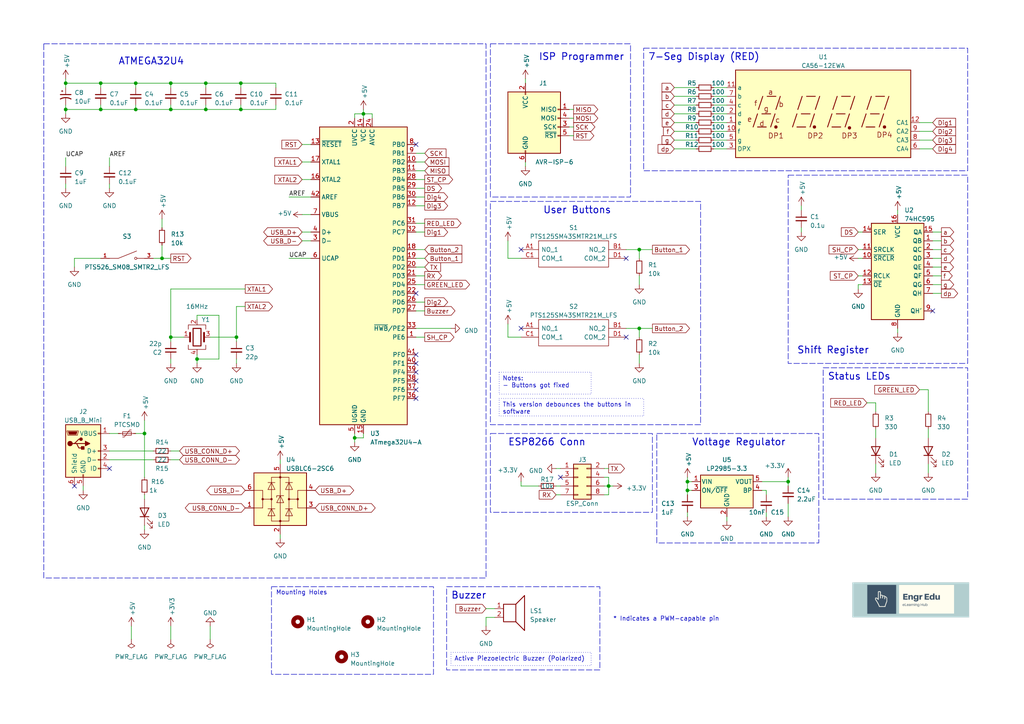
<source format=kicad_sch>
(kicad_sch (version 20230121) (generator eeschema)
  (paper "A4")
  (title_block (title "ATMEGA Kitchen Timer") (date "2023-04-15") (rev "3.0"))
  (junction (at 46.99 74.93))
  (junction (at 57.15 104.14))
  (junction (at 228.6 139.7))
  (junction (at 49.53 97.79))
  (junction (at 49.53 31.75))
  (junction (at 29.21 31.75))
  (junction (at 199.39 139.7))
  (junction (at 41.91 125.73))
  (junction (at 185.42 72.39))
  (junction (at 69.85 24.13))
  (junction (at 199.39 142.24))
  (junction (at 185.42 95.25))
  (junction (at 102.87 127))
  (junction (at 29.21 24.13))
  (junction (at 105.41 33.02))
  (junction (at 39.37 24.13))
  (junction (at 69.85 31.75))
  (junction (at 176.53 140.97))
  (junction (at 49.53 24.13))
  (junction (at 19.05 24.13))
  (junction (at 59.69 24.13))
  (junction (at 19.05 31.75))
  (junction (at 59.69 31.75))
  (junction (at 68.58 97.79))
  (junction (at 39.37 31.75))
  (no_connect (at 120.65 113.03))
  (no_connect (at 120.65 115.57))
  (no_connect (at 162.56 138.43))
  (no_connect (at 120.65 85.09))
  (no_connect (at 120.65 110.49))
  (no_connect (at 181.61 74.93))
  (no_connect (at 151.13 72.39))
  (no_connect (at 120.65 107.95))
  (no_connect (at 181.61 97.79))
  (no_connect (at 31.75 135.89))
  (no_connect (at 21.59 140.97))
  (no_connect (at 120.65 41.91))
  (no_connect (at 151.13 95.25))
  (no_connect (at 270.51 90.17))
  (no_connect (at 120.65 105.41))
  (no_connect (at 120.65 102.87))
  (wire (pts (xy 105.41 125.73) (xy 105.41 127)))
  (wire (pts (xy 228.6 138.43) (xy 228.6 139.7)))
  (wire (pts (xy 24.13 140.97) (xy 24.13 142.24)))
  (wire (pts (xy 19.05 24.13) (xy 19.05 25.4)))
  (wire (pts (xy 31.75 45.72) (xy 31.75 48.26)))
  (wire (pts (xy 260.35 95.25) (xy 260.35 96.52)))
  (wire (pts (xy 80.01 25.4) (xy 80.01 24.13)))
  (wire (pts (xy 185.42 95.25) (xy 185.42 97.79)))
  (wire (pts (xy 39.37 24.13) (xy 49.53 24.13)))
  (wire (pts (xy 59.69 30.48) (xy 59.69 31.75)))
  (wire (pts (xy 207.01 30.48) (xy 210.82 30.48)))
  (wire (pts (xy 19.05 31.75) (xy 19.05 33.02)))
  (wire (pts (xy 31.75 133.35) (xy 44.45 133.35)))
  (wire (pts (xy 49.53 99.06) (xy 49.53 97.79)))
  (wire (pts (xy 69.85 25.4) (xy 69.85 24.13)))
  (wire (pts (xy 57.15 104.14) (xy 57.15 105.41)))
  (wire (pts (xy 175.26 138.43) (xy 176.53 138.43)))
  (wire (pts (xy 69.85 24.13) (xy 80.01 24.13)))
  (wire (pts (xy 49.53 24.13) (xy 59.69 24.13)))
  (wire (pts (xy 60.96 181.61) (xy 60.96 185.42)))
  (wire (pts (xy 120.65 74.93) (xy 123.19 74.93)))
  (wire (pts (xy 120.65 57.15) (xy 123.19 57.15)))
  (wire (pts (xy 140.97 179.07) (xy 140.97 181.61)))
  (wire (pts (xy 120.65 90.17) (xy 123.19 90.17)))
  (wire (pts (xy 57.15 91.44) (xy 63.5 91.44)))
  (wire (pts (xy 270.51 67.31) (xy 273.05 67.31)))
  (wire (pts (xy 49.53 83.82) (xy 49.53 97.79)))
  (wire (pts (xy 185.42 95.25) (xy 189.23 95.25)))
  (wire (pts (xy 185.42 72.39) (xy 185.42 74.93)))
  (wire (pts (xy 228.6 146.05) (xy 228.6 149.86)))
  (wire (pts (xy 105.41 33.02) (xy 105.41 34.29)))
  (wire (pts (xy 46.99 63.5) (xy 46.99 66.04)))
  (wire (pts (xy 21.59 74.93) (xy 29.21 74.93)))
  (wire (pts (xy 120.65 80.01) (xy 123.19 80.01)))
  (wire (pts (xy 254 124.46) (xy 254 127)))
  (wire (pts (xy 41.91 143.51) (xy 41.91 144.78)))
  (wire (pts (xy 105.41 31.75) (xy 105.41 33.02)))
  (wire (pts (xy 248.92 72.39) (xy 250.19 72.39)))
  (wire (pts (xy 87.63 62.23) (xy 90.17 62.23)))
  (wire (pts (xy 222.25 148.59) (xy 222.25 149.86)))
  (wire (pts (xy 38.1 181.61) (xy 38.1 185.42)))
  (wire (pts (xy 161.29 143.51) (xy 162.56 143.51)))
  (wire (pts (xy 176.53 138.43) (xy 176.53 140.97)))
  (wire (pts (xy 57.15 102.87) (xy 57.15 104.14)))
  (wire (pts (xy 199.39 139.7) (xy 199.39 142.24)))
  (wire (pts (xy 39.37 31.75) (xy 29.21 31.75)))
  (wire (pts (xy 87.63 67.31) (xy 90.17 67.31)))
  (wire (pts (xy 195.58 30.48) (xy 201.93 30.48)))
  (wire (pts (xy 140.97 176.53) (xy 143.51 176.53)))
  (wire (pts (xy 59.69 31.75) (xy 49.53 31.75)))
  (wire (pts (xy 266.7 38.1) (xy 270.51 38.1)))
  (wire (pts (xy 87.63 52.07) (xy 90.17 52.07)))
  (wire (pts (xy 19.05 53.34) (xy 19.05 54.61)))
  (wire (pts (xy 269.24 113.03) (xy 269.24 119.38)))
  (wire (pts (xy 49.53 181.61) (xy 49.53 185.42)))
  (wire (pts (xy 49.53 133.35) (xy 52.07 133.35)))
  (wire (pts (xy 199.39 138.43) (xy 199.39 139.7)))
  (wire (pts (xy 195.58 27.94) (xy 201.93 27.94)))
  (wire (pts (xy 19.05 31.75) (xy 29.21 31.75)))
  (wire (pts (xy 39.37 30.48) (xy 39.37 31.75)))
  (wire (pts (xy 250.19 82.55) (xy 248.92 82.55)))
  (wire (pts (xy 69.85 31.75) (xy 80.01 31.75)))
  (wire (pts (xy 83.82 74.93) (xy 90.17 74.93)))
  (wire (pts (xy 156.21 140.97) (xy 151.13 140.97)))
  (wire (pts (xy 81.28 133.35) (xy 81.28 134.62)))
  (wire (pts (xy 161.29 140.97) (xy 162.56 140.97)))
  (wire (pts (xy 29.21 30.48) (xy 29.21 31.75)))
  (wire (pts (xy 269.24 124.46) (xy 269.24 127)))
  (wire (pts (xy 175.26 143.51) (xy 176.53 143.51)))
  (wire (pts (xy 195.58 35.56) (xy 201.93 35.56)))
  (wire (pts (xy 260.35 60.96) (xy 260.35 62.23)))
  (wire (pts (xy 266.7 113.03) (xy 269.24 113.03)))
  (wire (pts (xy 176.53 140.97) (xy 176.53 143.51)))
  (wire (pts (xy 102.87 125.73) (xy 102.87 127)))
  (wire (pts (xy 199.39 148.59) (xy 199.39 149.86)))
  (wire (pts (xy 228.6 140.97) (xy 228.6 139.7)))
  (wire (pts (xy 105.41 127) (xy 102.87 127)))
  (wire (pts (xy 68.58 88.9) (xy 68.58 97.79)))
  (wire (pts (xy 102.87 127) (xy 102.87 128.27)))
  (wire (pts (xy 232.41 59.69) (xy 232.41 60.96)))
  (wire (pts (xy 29.21 24.13) (xy 39.37 24.13)))
  (wire (pts (xy 195.58 38.1) (xy 201.93 38.1)))
  (wire (pts (xy 31.75 125.73) (xy 34.29 125.73)))
  (wire (pts (xy 46.99 71.12) (xy 46.99 74.93)))
  (wire (pts (xy 248.92 67.31) (xy 250.19 67.31)))
  (wire (pts (xy 207.01 25.4) (xy 210.82 25.4)))
  (wire (pts (xy 165.1 36.83) (xy 166.37 36.83)))
  (wire (pts (xy 39.37 25.4) (xy 39.37 24.13)))
  (wire (pts (xy 185.42 72.39) (xy 189.23 72.39)))
  (wire (pts (xy 81.28 154.94) (xy 81.28 156.21)))
  (wire (pts (xy 31.75 53.34) (xy 31.75 54.61)))
  (wire (pts (xy 44.45 74.93) (xy 46.99 74.93)))
  (wire (pts (xy 220.98 142.24) (xy 222.25 142.24)))
  (wire (pts (xy 120.65 77.47) (xy 123.19 77.47)))
  (wire (pts (xy 31.75 130.81) (xy 44.45 130.81)))
  (wire (pts (xy 147.32 97.79) (xy 147.32 93.98)))
  (wire (pts (xy 49.53 25.4) (xy 49.53 24.13)))
  (wire (pts (xy 152.4 46.99) (xy 152.4 48.26)))
  (wire (pts (xy 175.26 140.97) (xy 176.53 140.97)))
  (wire (pts (xy 49.53 97.79) (xy 53.34 97.79)))
  (wire (pts (xy 176.53 140.97) (xy 177.8 140.97)))
  (wire (pts (xy 269.24 134.62) (xy 269.24 137.16)))
  (wire (pts (xy 270.51 80.01) (xy 273.05 80.01)))
  (wire (pts (xy 266.7 40.64) (xy 270.51 40.64)))
  (wire (pts (xy 120.65 64.77) (xy 123.19 64.77)))
  (wire (pts (xy 151.13 140.97) (xy 151.13 139.7)))
  (wire (pts (xy 175.26 135.89) (xy 176.53 135.89)))
  (wire (pts (xy 248.92 74.93) (xy 250.19 74.93)))
  (wire (pts (xy 207.01 33.02) (xy 210.82 33.02)))
  (wire (pts (xy 102.87 33.02) (xy 105.41 33.02)))
  (wire (pts (xy 165.1 34.29) (xy 166.37 34.29)))
  (wire (pts (xy 49.53 130.81) (xy 52.07 130.81)))
  (wire (pts (xy 195.58 43.18) (xy 201.93 43.18)))
  (wire (pts (xy 143.51 179.07) (xy 140.97 179.07)))
  (wire (pts (xy 228.6 139.7) (xy 220.98 139.7)))
  (wire (pts (xy 181.61 95.25) (xy 185.42 95.25)))
  (wire (pts (xy 181.61 72.39) (xy 185.42 72.39)))
  (wire (pts (xy 120.65 44.45) (xy 123.19 44.45)))
  (wire (pts (xy 46.99 74.93) (xy 49.53 74.93)))
  (wire (pts (xy 41.91 152.4) (xy 41.91 153.67)))
  (wire (pts (xy 49.53 31.75) (xy 39.37 31.75)))
  (wire (pts (xy 39.37 125.73) (xy 41.91 125.73)))
  (wire (pts (xy 63.5 91.44) (xy 63.5 104.14)))
  (wire (pts (xy 80.01 30.48) (xy 80.01 31.75)))
  (wire (pts (xy 120.65 97.79) (xy 123.19 97.79)))
  (wire (pts (xy 107.95 33.02) (xy 105.41 33.02)))
  (wire (pts (xy 49.53 104.14) (xy 49.53 105.41)))
  (wire (pts (xy 248.92 82.55) (xy 248.92 83.82)))
  (wire (pts (xy 207.01 40.64) (xy 210.82 40.64)))
  (wire (pts (xy 41.91 121.92) (xy 41.91 125.73)))
  (wire (pts (xy 270.51 72.39) (xy 273.05 72.39)))
  (wire (pts (xy 207.01 27.94) (xy 210.82 27.94)))
  (wire (pts (xy 195.58 33.02) (xy 201.93 33.02)))
  (wire (pts (xy 49.53 30.48) (xy 49.53 31.75)))
  (wire (pts (xy 120.65 87.63) (xy 123.19 87.63)))
  (wire (pts (xy 199.39 142.24) (xy 200.66 142.24)))
  (wire (pts (xy 207.01 38.1) (xy 210.82 38.1)))
  (wire (pts (xy 151.13 74.93) (xy 147.32 74.93)))
  (wire (pts (xy 232.41 66.04) (xy 232.41 67.31)))
  (wire (pts (xy 120.65 49.53) (xy 123.19 49.53)))
  (wire (pts (xy 83.82 57.15) (xy 90.17 57.15)))
  (wire (pts (xy 199.39 142.24) (xy 199.39 143.51)))
  (wire (pts (xy 185.42 80.01) (xy 185.42 82.55)))
  (wire (pts (xy 59.69 25.4) (xy 59.69 24.13)))
  (wire (pts (xy 41.91 125.73) (xy 41.91 138.43)))
  (wire (pts (xy 270.51 74.93) (xy 273.05 74.93)))
  (wire (pts (xy 266.7 43.18) (xy 270.51 43.18)))
  (wire (pts (xy 165.1 31.75) (xy 166.37 31.75)))
  (wire (pts (xy 151.13 97.79) (xy 147.32 97.79)))
  (wire (pts (xy 270.51 77.47) (xy 273.05 77.47)))
  (wire (pts (xy 59.69 31.75) (xy 69.85 31.75)))
  (wire (pts (xy 270.51 69.85) (xy 273.05 69.85)))
  (wire (pts (xy 120.65 46.99) (xy 123.19 46.99)))
  (wire (pts (xy 107.95 34.29) (xy 107.95 33.02)))
  (wire (pts (xy 165.1 39.37) (xy 166.37 39.37)))
  (wire (pts (xy 161.29 135.89) (xy 162.56 135.89)))
  (wire (pts (xy 87.63 46.99) (xy 90.17 46.99)))
  (wire (pts (xy 210.82 149.86) (xy 210.82 151.13)))
  (wire (pts (xy 185.42 102.87) (xy 185.42 105.41)))
  (wire (pts (xy 195.58 25.4) (xy 201.93 25.4)))
  (wire (pts (xy 195.58 40.64) (xy 201.93 40.64)))
  (wire (pts (xy 19.05 24.13) (xy 29.21 24.13)))
  (wire (pts (xy 60.96 97.79) (xy 68.58 97.79)))
  (wire (pts (xy 68.58 104.14) (xy 68.58 105.41)))
  (wire (pts (xy 71.12 88.9) (xy 68.58 88.9)))
  (wire (pts (xy 120.65 67.31) (xy 123.19 67.31)))
  (wire (pts (xy 254 116.84) (xy 254 119.38)))
  (wire (pts (xy 69.85 30.48) (xy 69.85 31.75)))
  (wire (pts (xy 254 134.62) (xy 254 137.16)))
  (wire (pts (xy 120.65 82.55) (xy 123.19 82.55)))
  (wire (pts (xy 71.12 83.82) (xy 49.53 83.82)))
  (wire (pts (xy 87.63 41.91) (xy 90.17 41.91)))
  (wire (pts (xy 222.25 142.24) (xy 222.25 143.51)))
  (wire (pts (xy 69.85 24.13) (xy 59.69 24.13)))
  (wire (pts (xy 120.65 52.07) (xy 123.19 52.07)))
  (wire (pts (xy 63.5 104.14) (xy 57.15 104.14)))
  (wire (pts (xy 120.65 72.39) (xy 123.19 72.39)))
  (wire (pts (xy 19.05 45.72) (xy 19.05 48.26)))
  (wire (pts (xy 57.15 92.71) (xy 57.15 91.44)))
  (wire (pts (xy 19.05 30.48) (xy 19.05 31.75)))
  (wire (pts (xy 68.58 97.79) (xy 68.58 99.06)))
  (wire (pts (xy 29.21 25.4) (xy 29.21 24.13)))
  (wire (pts (xy 207.01 35.56) (xy 210.82 35.56)))
  (wire (pts (xy 270.51 85.09) (xy 273.05 85.09)))
  (wire (pts (xy 147.32 74.93) (xy 147.32 69.85)))
  (wire (pts (xy 200.66 139.7) (xy 199.39 139.7)))
  (wire (pts (xy 87.63 69.85) (xy 90.17 69.85)))
  (wire (pts (xy 19.05 22.86) (xy 19.05 24.13)))
  (wire (pts (xy 120.65 54.61) (xy 123.19 54.61)))
  (wire (pts (xy 102.87 34.29) (xy 102.87 33.02)))
  (wire (pts (xy 21.59 77.47) (xy 21.59 74.93)))
  (wire (pts (xy 266.7 35.56) (xy 270.51 35.56)))
  (wire (pts (xy 120.65 59.69) (xy 123.19 59.69)))
  (wire (pts (xy 248.92 80.01) (xy 250.19 80.01)))
  (wire (pts (xy 120.65 95.25) (xy 130.81 95.25)))
  (wire (pts (xy 251.46 116.84) (xy 254 116.84)))
  (wire (pts (xy 270.51 82.55) (xy 273.05 82.55)))
  (wire (pts (xy 152.4 22.86) (xy 152.4 24.13)))
  (wire (pts (xy 207.01 43.18) (xy 210.82 43.18)))
  (rectangle (start 142.24 12.7) (end 182.88 57.15) (stroke (width 0) (type dash)))
  (rectangle (start 78.74 170.18) (end 125.73 195.58) (stroke (width 0) (type dash)))
  (rectangle (start 190.5 125.73) (end 237.49 157.48) (stroke (width 0) (type dash)))
  (rectangle (start 238.76 106.68) (end 280.67 144.78) (stroke (width 0) (type dash)))
  (rectangle (start 12.7 12.7) (end 140.97 167.64) (stroke (width 0) (type dash)))
  (rectangle (start 129.54 170.18) (end 173.99 194.31) (stroke (width 0) (type dash)))
  (rectangle (start 142.24 58.42) (end 203.2 123.19) (stroke (width 0) (type dash)))
  (rectangle (start 228.6 50.8) (end 280.67 105.41) (stroke (width 0) (type dash)))
  (rectangle (start 186.69 13.97) (end 280.67 49.53) (stroke (width 0) (type dash)))
  (rectangle (start 142.24 125.73) (end 189.23 148.59) (stroke (width 0) (type dash)))
  (image (at 264.16 173.99) (scale 0.800628))
  (text_box "Notes:\n- Buttons got fixed" (at 144.78 107.95 0) (size 26.67 6.35) (stroke (width 0) (type dot)) (effects (font (size 1.27 1.27)) (justify left top)))
  (text_box "Active Piezoelectric Buzzer (Polarized)" (at 130.81 189.23 0) (size 40.64 3.81) (stroke (width 0) (type dot)) (effects (font (size 1.27 1.27)) (justify left top)))
  (text_box "This version debounces the buttons in software" (at 144.78 115.57 0) (size 41.91 5.08) (stroke (width 0) (type dot)) (effects (font (size 1.27 1.27)) (justify left top)))
  (text "Shift Register" (at 231.14 102.87 0) (effects (font (size 2 2) (thickness 0.254) bold) (justify left bottom)))
  (text "Mounting Holes" (at 80.01 172.72 0) (effects (font (size 1.27 1.27)) (justify left bottom)))
  (text "Voltage Regulator" (at 200.66 129.54 0) (effects (font (size 2 2) (thickness 0.254) bold) (justify left bottom)))
  (text "Status LEDs" (at 240.03 110.49 0) (effects (font (size 2 2) (thickness 0.254) bold) (justify left bottom)))
  (text "ATMEGA32U4" (at 34.29 19.05 0) (effects (font (size 2 2) (thickness 0.254) bold) (justify left bottom)))
  (text "User Buttons" (at 157.48 62.23 0) (effects (font (size 2 2) (thickness 0.254) bold) (justify left bottom)))
  (text "Buzzer" (at 130.81 173.99 0) (effects (font (size 2 2) (thickness 0.254) bold) (justify left bottom)))
  (text "* Indicates a PWM-capable pin" (at 177.8 180.34 0) (effects (font (size 1.27 1.27)) (justify left bottom)))
  (text "7-Seg Display (RED)" (at 187.96 17.78 0) (effects (font (size 2 2) (thickness 0.254) bold) (justify left bottom)))
  (text "ISP Programmer" (at 156.21 17.78 0) (effects (font (size 2 2) (thickness 0.254) bold) (justify left bottom)))
  (text "ESP8266 Conn\n" (at 147.32 129.54 0) (effects (font (size 2 2) (thickness 0.254) bold) (justify left bottom)))
  (label "UCAP" (at 19.05 45.72 0))
  (label "UCAP" (at 83.82 74.93 0))
  (label "AREF" (at 31.75 45.72 0))
  (label "AREF" (at 83.82 57.15 0))
  (global_label "XTAL1" (shape input) (at 87.63 46.99 180) (property "Intersheetrefs" "${INTERSHEET_REFS}" (effects hide)))
  (global_label "SCK" (shape input) (at 123.19 44.45 0) (property "Intersheetrefs" "${INTERSHEET_REFS}" (effects hide)))
  (global_label "RST" (shape output) (at 49.53 74.93 0) (property "Intersheetrefs" "${INTERSHEET_REFS}" (effects hide)))
  (global_label "GREEN_LED" (shape output) (at 123.19 82.55 0) (property "Intersheetrefs" "${INTERSHEET_REFS}" (effects hide)))
  (global_label "e" (shape output) (at 273.05 77.47 0) (property "Intersheetrefs" "${INTERSHEET_REFS}" (effects hide)))
  (global_label "Button_1" (shape output) (at 189.23 72.39 0) (property "Intersheetrefs" "${INTERSHEET_REFS}" (effects hide)))
  (global_label "DS" (shape output) (at 123.19 54.61 0) (property "Intersheetrefs" "${INTERSHEET_REFS}" (effects hide)))
  (global_label "XTAL2" (shape output) (at 71.12 88.9 0) (property "Intersheetrefs" "${INTERSHEET_REFS}" (effects hide)))
  (global_label "g" (shape output) (at 273.05 82.55 0) (property "Intersheetrefs" "${INTERSHEET_REFS}" (effects hide)))
  (global_label "dp" (shape output) (at 273.05 85.09 0) (property "Intersheetrefs" "${INTERSHEET_REFS}" (effects hide)))
  (global_label "Button_1" (shape input) (at 123.19 74.93 0) (property "Intersheetrefs" "${INTERSHEET_REFS}" (effects hide)))
  (global_label "TX" (shape input) (at 123.19 77.47 0) (property "Intersheetrefs" "${INTERSHEET_REFS}" (effects hide)))
  (global_label "b" (shape input) (at 195.58 27.94 180) (property "Intersheetrefs" "${INTERSHEET_REFS}" (effects hide)))
  (global_label "SH_CP" (shape output) (at 123.19 97.79 0) (property "Intersheetrefs" "${INTERSHEET_REFS}" (effects hide)))
  (global_label "f" (shape output) (at 273.05 80.01 0) (property "Intersheetrefs" "${INTERSHEET_REFS}" (effects hide)))
  (global_label "ST_CP" (shape input) (at 248.92 80.01 180) (property "Intersheetrefs" "${INTERSHEET_REFS}" (effects hide)))
  (global_label "RST" (shape output) (at 166.37 39.37 0) (property "Intersheetrefs" "${INTERSHEET_REFS}" (effects hide)))
  (global_label "ST_CP" (shape output) (at 123.19 52.07 0) (property "Intersheetrefs" "${INTERSHEET_REFS}" (effects hide)))
  (global_label "USB_CONN_D-" (shape bidirectional) (at 71.12 147.32 180) (property "Intersheetrefs" "${INTERSHEET_REFS}" (effects hide)))
  (global_label "d" (shape input) (at 195.58 33.02 180) (property "Intersheetrefs" "${INTERSHEET_REFS}" (effects hide)))
  (global_label "USB_D+" (shape bidirectional) (at 87.63 67.31 180) (property "Intersheetrefs" "${INTERSHEET_REFS}" (effects hide)))
  (global_label "a" (shape input) (at 195.58 25.4 180) (property "Intersheetrefs" "${INTERSHEET_REFS}" (effects hide)))
  (global_label "Dig1" (shape output) (at 123.19 67.31 0) (property "Intersheetrefs" "${INTERSHEET_REFS}" (effects hide)))
  (global_label "USB_D-" (shape bidirectional) (at 87.63 69.85 180) (property "Intersheetrefs" "${INTERSHEET_REFS}" (effects hide)))
  (global_label "MISO" (shape input) (at 123.19 49.53 0) (property "Intersheetrefs" "${INTERSHEET_REFS}" (effects hide)))
  (global_label "USB_CONN_D+" (shape bidirectional) (at 52.07 130.81 0) (property "Intersheetrefs" "${INTERSHEET_REFS}" (effects hide)))
  (global_label "SCK" (shape output) (at 166.37 36.83 0) (property "Intersheetrefs" "${INTERSHEET_REFS}" (effects hide)))
  (global_label "c" (shape output) (at 273.05 72.39 0) (property "Intersheetrefs" "${INTERSHEET_REFS}" (effects hide)))
  (global_label "USB_CONN_D+" (shape bidirectional) (at 91.44 147.32 0) (property "Intersheetrefs" "${INTERSHEET_REFS}" (effects hide)))
  (global_label "RX" (shape input) (at 161.29 143.51 180) (property "Intersheetrefs" "${INTERSHEET_REFS}" (effects hide)))
  (global_label "g" (shape input) (at 195.58 40.64 180) (property "Intersheetrefs" "${INTERSHEET_REFS}" (effects hide)))
  (global_label "Dig1" (shape input) (at 270.51 35.56 0) (property "Intersheetrefs" "${INTERSHEET_REFS}" (effects hide)))
  (global_label "USB_D+" (shape bidirectional) (at 91.44 142.24 0) (property "Intersheetrefs" "${INTERSHEET_REFS}" (effects hide)))
  (global_label "GREEN_LED" (shape input) (at 266.7 113.03 180) (property "Intersheetrefs" "${INTERSHEET_REFS}" (effects hide)))
  (global_label "a" (shape output) (at 273.05 67.31 0) (property "Intersheetrefs" "${INTERSHEET_REFS}" (effects hide)))
  (global_label "Dig2" (shape input) (at 270.51 38.1 0) (property "Intersheetrefs" "${INTERSHEET_REFS}" (effects hide)))
  (global_label "XTAL1" (shape output) (at 71.12 83.82 0) (property "Intersheetrefs" "${INTERSHEET_REFS}" (effects hide)))
  (global_label "Dig3" (shape output) (at 123.19 59.69 0) (property "Intersheetrefs" "${INTERSHEET_REFS}" (effects hide)))
  (global_label "DS" (shape input) (at 248.92 67.31 180) (property "Intersheetrefs" "${INTERSHEET_REFS}" (effects hide)))
  (global_label "RX" (shape output) (at 123.19 80.01 0) (property "Intersheetrefs" "${INTERSHEET_REFS}" (effects hide)))
  (global_label "SH_CP" (shape input) (at 248.92 72.39 180) (property "Intersheetrefs" "${INTERSHEET_REFS}" (effects hide)))
  (global_label "Button_2" (shape output) (at 189.23 95.25 0) (property "Intersheetrefs" "${INTERSHEET_REFS}" (effects hide)))
  (global_label "Dig4" (shape input) (at 270.51 43.18 0) (property "Intersheetrefs" "${INTERSHEET_REFS}" (effects hide)))
  (global_label "MOSI" (shape input) (at 123.19 46.99 0) (property "Intersheetrefs" "${INTERSHEET_REFS}" (effects hide)))
  (global_label "XTAL2" (shape input) (at 87.63 52.07 180) (property "Intersheetrefs" "${INTERSHEET_REFS}" (effects hide)))
  (global_label "c" (shape input) (at 195.58 30.48 180) (property "Intersheetrefs" "${INTERSHEET_REFS}" (effects hide)))
  (global_label "Button_2" (shape input) (at 123.19 72.39 0) (property "Intersheetrefs" "${INTERSHEET_REFS}" (effects hide)))
  (global_label "USB_D-" (shape bidirectional) (at 71.12 142.24 180) (property "Intersheetrefs" "${INTERSHEET_REFS}" (effects hide)))
  (global_label "dp" (shape input) (at 195.58 43.18 180) (property "Intersheetrefs" "${INTERSHEET_REFS}" (effects hide)))
  (global_label "RST" (shape input) (at 87.63 41.91 180) (property "Intersheetrefs" "${INTERSHEET_REFS}" (effects hide)))
  (global_label "RED_LED" (shape output) (at 123.19 64.77 0) (property "Intersheetrefs" "${INTERSHEET_REFS}" (effects hide)))
  (global_label "Buzzer" (shape output) (at 123.19 90.17 0) (property "Intersheetrefs" "${INTERSHEET_REFS}" (effects hide)))
  (global_label "Dig3" (shape input) (at 270.51 40.64 0) (property "Intersheetrefs" "${INTERSHEET_REFS}" (effects hide)))
  (global_label "Buzzer" (shape input) (at 140.97 176.53 180) (property "Intersheetrefs" "${INTERSHEET_REFS}" (effects hide)))
  (global_label "TX" (shape output) (at 176.53 135.89 0) (property "Intersheetrefs" "${INTERSHEET_REFS}" (effects hide)))
  (global_label "Dig2" (shape output) (at 123.19 87.63 0) (property "Intersheetrefs" "${INTERSHEET_REFS}" (effects hide)))
  (global_label "d" (shape output) (at 273.05 74.93 0) (property "Intersheetrefs" "${INTERSHEET_REFS}" (effects hide)))
  (global_label "USB_CONN_D-" (shape bidirectional) (at 52.07 133.35 0) (property "Intersheetrefs" "${INTERSHEET_REFS}" (effects hide)))
  (global_label "MISO" (shape output) (at 166.37 31.75 0) (property "Intersheetrefs" "${INTERSHEET_REFS}" (effects hide)))
  (global_label "e" (shape input) (at 195.58 35.56 180) (property "Intersheetrefs" "${INTERSHEET_REFS}" (effects hide)))
  (global_label "f" (shape input) (at 195.58 38.1 180) (property "Intersheetrefs" "${INTERSHEET_REFS}" (effects hide)))
  (global_label "b" (shape output) (at 273.05 69.85 0) (property "Intersheetrefs" "${INTERSHEET_REFS}" (effects hide)))
  (global_label "Dig4" (shape output) (at 123.19 57.15 0) (property "Intersheetrefs" "${INTERSHEET_REFS}" (effects hide)))
  (global_label "MOSI" (shape output) (at 166.37 34.29 0) (property "Intersheetrefs" "${INTERSHEET_REFS}" (effects hide)))
  (global_label "RED_LED" (shape input) (at 251.46 116.84 180) (property "Intersheetrefs" "${INTERSHEET_REFS}" (effects hide)))
  (symbol (lib_id "power:+5V") (at 147.32 93.98 0) (unit 1)
    (property "Reference" "#PWR014" (effects hide))
    (property "Value" "+5V" (at 147.6756 90.932 90) (effects (justify left)))
  )
  (symbol (lib_id "74xx:74HC595") (at 260.35 77.47 0) (unit 1)
    (property "Reference" "U2" (at 262.3059 60.96 0) (effects (justify left)))
    (property "Value" "74HC595" (at 262.3059 63.5 0) (effects (justify left)))
    (property "Footprint" "Package_SO:TSSOP-16_4.4x5mm_P0.65mm" (effects hide))
    (property "Datasheet" "http://www.ti.com/lit/ds/symlink/sn74hc595.pdf" (effects hide))
  )
  (symbol (lib_id "Device:C_Small") (at 49.53 27.94 0) (unit 1)
    (property "Reference" "C5" (at 52.07 27.3113 0) (effects (justify left)))
    (property "Value" "0.1uF" (at 52.07 29.8513 0) (effects (justify left)))
    (property "Footprint" "Capacitor_SMD:C_0603_1608Metric" (effects hide))
  )
  (symbol (lib_id "power:+5V") (at 19.05 22.86 0) (unit 1)
    (property "Reference" "#PWR023" (effects hide))
    (property "Value" "+5V" (at 19.4056 19.812 90) (effects (justify left)))
  )
  (symbol (lib_id "Device:R_Small") (at 46.99 130.81 90) (unit 1)
    (property "Reference" "R14" (at 46.99 128.27 90))
    (property "Value" "22" (at 46.99 130.81 90))
    (property "Footprint" "Resistor_SMD:R_0603_1608Metric" (effects hide))
  )
  (symbol (lib_id "Device:LED") (at 254 130.81 90) (unit 1)
    (property "Reference" "D1" (at 257.81 131.7625 90) (effects (justify right)))
    (property "Value" "LED" (at 257.81 134.3025 90) (effects (justify right)))
    (property "Footprint" "LED_SMD:LED_0805_2012Metric" (effects hide))
  )
  (symbol (lib_id "power:GND") (at 102.87 128.27 0) (unit 1)
    (property "Reference" "#PWR03" (effects hide))
    (property "Value" "GND" (at 102.87 133.35 0))
  )
  (symbol (lib_id "power:+5V") (at 87.63 62.23 90) (unit 1)
    (property "Reference" "#PWR05" (effects hide))
    (property "Value" "+5V" (at 84.582 61.8744 90) (effects (justify left)))
  )
  (symbol (lib_id "Device:C_Small") (at 232.41 63.5 0) (unit 1)
    (property "Reference" "C1" (at 234.95 62.8713 0) (effects (justify left)))
    (property "Value" "0.1u" (at 234.95 65.4113 0) (effects (justify left)))
    (property "Footprint" "Capacitor_SMD:C_0603_1608Metric" (effects hide))
  )
  (symbol (lib_id "power:GND") (at 31.75 54.61 0) (unit 1)
    (property "Reference" "#PWR025" (effects hide))
    (property "Value" "GND" (at 31.75 59.69 0))
  )
  (symbol (lib_id "power:GND") (at 228.6 149.86 0) (unit 1)
    (property "Reference" "#PWR044" (effects hide))
    (property "Value" "GND" (at 228.6 154.94 0))
  )
  (symbol (lib_id "Device:C_Small") (at 39.37 27.94 0) (unit 1)
    (property "Reference" "C4" (at 41.91 27.3113 0) (effects (justify left)))
    (property "Value" "0.1uF" (at 41.91 29.8513 0) (effects (justify left)))
    (property "Footprint" "Capacitor_SMD:C_0603_1608Metric" (effects hide))
  )
  (symbol (lib_id "power:+5V") (at 199.39 138.43 0) (unit 1)
    (property "Reference" "#PWR039" (effects hide))
    (property "Value" "+5V" (at 199.7456 135.382 90) (effects (justify left)))
  )
  (symbol (lib_id "Device:Crystal_GND24") (at 57.15 97.79 0) (unit 1)
    (property "Reference" "Y1" (at 59.69 92.71 0))
    (property "Value" "16MHz" (at 57.15 88.9 0))
    (property "Footprint" "Crystal:Crystal_SMD_Abracon_ABM8G-4Pin_3.2x2.5mm" (effects hide))
  )
  (symbol (lib_id "Device:R_Small") (at 41.91 140.97 0) (unit 1)
    (property "Reference" "R16" (at 45.72 139.7 0))
    (property "Value" "1k" (at 44.45 142.24 0))
    (property "Footprint" "Resistor_SMD:R_0603_1608Metric" (effects hide))
  )
  (symbol (lib_id "Device:C_Small") (at 19.05 50.8 0) (unit 1)
    (property "Reference" "C9" (at 21.59 50.1713 0) (effects (justify left)))
    (property "Value" "1uF" (at 21.59 52.7113 0) (effects (justify left)))
    (property "Footprint" "Capacitor_SMD:C_0603_1608Metric" (effects hide))
  )
  (symbol (lib_id "PTS526_SMD_Button:PTS526_SM08_SMTR2_LFS") (at 36.83 74.93 0) (unit 1)
    (property "Reference" "S3" (at 36.83 68.58 0))
    (property "Value" "PTS526_SM08_SMTR2_LFS" (at 36.83 77.47 0))
    (property "Footprint" "PTS526_SMD_Button:PTS526_SMD_Button" (effects hide))
    (property "STANDARD" "Manufacturer Recommendations" (effects hide))
    (property "MANUFACTURER" "C&K" (effects hide))
    (property "PARTREV" "20 mar 19" (effects hide))
    (property "MAXIMUM_PACKAGE_HEIGHT" "0.95mm" (effects hide))
  )
  (symbol (lib_id "PTS125_SMD_Button:PTS125SM43SMTR21M_LFS") (at 151.13 95.25 0) (unit 1)
    (property "Reference" "S2" (at 166.37 88.9 0))
    (property "Value" "PTS125SM43SMTR21M_LFS" (at 166.37 91.44 0))
    (property "Footprint" "PTS125_SMD_Button:PTS125_SMD_Button" (effects hide))
    (property "Datasheet" "https://www.ckswitches.com/media/1462/pts125.pdf" (effects hide))
    (property "Description" "Tactile Switches SWITCH TACTILE 50mA @ 12VDC, SPST-NO, Surface Mount, Top Actuated, Gull Wing, 180gf" (effects hide))
    (property "Height" "4.3" (effects hide))
    (property "Manufacturer_Name" "C & K COMPONENTS" (effects hide))
    (property "Manufacturer_Part_Number" "PTS125SM43SMTR21M LFS" (effects hide))
    (property "Mouser Part Number" "611-PTS125S43SMTRLFS" (effects hide))
    (property "Mouser Price/Stock" "https://www.mouser.co.uk/ProductDetail/CK/PTS125SM43SMTR21M-LFS?qs=t7xnP681wgUNXpRGJY2Vkw%3D%3D" (effects hide))
  )
  (symbol (lib_id "Device:R_Small") (at 46.99 133.35 90) (unit 1)
    (property "Reference" "R15" (at 46.99 135.89 90))
    (property "Value" "22" (at 46.99 133.35 90))
    (property "Footprint" "Resistor_SMD:R_0603_1608Metric" (effects hide))
  )
  (symbol (lib_id "Device:C_Small") (at 69.85 27.94 0) (unit 1)
    (property "Reference" "C10" (at 72.39 27.3113 0) (effects (justify left)))
    (property "Value" "0.1uF" (at 72.39 29.8513 0) (effects (justify left)))
    (property "Footprint" "Capacitor_SMD:C_0603_1608Metric" (effects hide))
  )
  (symbol (lib_id "power:GND") (at 222.25 149.86 0) (unit 1)
    (property "Reference" "#PWR043" (effects hide))
    (property "Value" "GND" (at 222.25 154.94 0))
  )
  (symbol (lib_id "power:GND") (at 49.53 105.41 0) (unit 1)
    (property "Reference" "#PWR026" (effects hide))
    (property "Value" "GND" (at 49.53 110.49 0))
  )
  (symbol (lib_id "Mechanical:MountingHole") (at 86.36 180.34 0) (unit 1)
    (property "Reference" "H1" (at 88.9 179.705 0) (effects (justify left)))
    (property "Value" "MountingHole" (at 88.9 182.245 0) (effects (justify left)))
    (property "Footprint" "MountingHole:MountingHole_2.2mm_M2" (effects hide))
  )
  (symbol (lib_name "GND_3") (lib_id "power:GND") (at 232.41 67.31 0) (unit 1)
    (property "Reference" "#PWR01" (effects hide))
    (property "Value" "GND" (at 232.41 72.39 0))
  )
  (symbol (lib_id "power:PWR_FLAG") (at 38.1 185.42 180) (unit 1)
    (property "Reference" "#FLG02" (effects hide))
    (property "Value" "PWR_FLAG" (at 38.1 190.5 0))
  )
  (symbol (lib_id "Device:C_Small") (at 29.21 27.94 0) (unit 1)
    (property "Reference" "C7" (at 31.75 27.3113 0) (effects (justify left)))
    (property "Value" "0.1uF" (at 31.75 29.8513 0) (effects (justify left)))
    (property "Footprint" "Capacitor_SMD:C_0603_1608Metric" (effects hide))
  )
  (symbol (lib_id "power:+5V") (at 232.41 59.69 0) (unit 1)
    (property "Reference" "#PWR02" (effects hide))
    (property "Value" "+5V" (at 232.7656 56.642 90) (effects (justify left)))
  )
  (symbol (lib_id "power:GND") (at 130.81 95.25 90) (unit 1)
    (property "Reference" "#PWR021" (effects hide))
    (property "Value" "GND" (at 134.62 95.885 90) (effects (justify right)))
  )
  (symbol (lib_id "Device:R_Small") (at 204.47 33.02 90) (unit 1)
    (property "Reference" "R8" (at 200.66 31.75 90))
    (property "Value" "100" (at 208.28 31.75 90))
    (property "Footprint" "Resistor_SMD:R_0805_2012Metric" (effects hide))
  )
  (symbol (lib_id "power:+5V") (at 260.35 60.96 0) (unit 1)
    (property "Reference" "#PWR07" (effects hide))
    (property "Value" "+5V" (at 260.7056 57.912 90) (effects (justify left)))
  )
  (symbol (lib_id "Device:Polyfuse_Small") (at 36.83 125.73 90) (unit 1)
    (property "Reference" "F1" (at 36.83 120.65 90))
    (property "Value" "PTCSMD" (at 36.83 123.19 90))
    (property "Footprint" "Fuse:Fuse_1812_4532Metric" (effects hide))
  )
  (symbol (lib_id "Connector:USB_B_Mini") (at 24.13 130.81 0) (unit 1)
    (property "Reference" "J2" (at 24.13 119.38 0))
    (property "Value" "USB_B_Mini" (at 24.13 121.92 0))
    (property "Footprint" "Connector_USB:USB_Mini-B_Lumberg_2486_01_Horizontal" (effects hide))
  )
  (symbol (lib_id "Device:R_Small") (at 185.42 77.47 0) (unit 1)
    (property "Reference" "R1" (at 187.96 76.835 0) (effects (justify left)))
    (property "Value" "10k" (at 187.96 79.375 0) (effects (justify left)))
    (property "Footprint" "Resistor_SMD:R_0805_2012Metric" (effects hide))
  )
  (symbol (lib_id "Device:R_Small") (at 185.42 100.33 0) (unit 1)
    (property "Reference" "R2" (at 187.96 99.695 0) (effects (justify left)))
    (property "Value" "10k" (at 187.96 102.235 0) (effects (justify left)))
    (property "Footprint" "Resistor_SMD:R_0805_2012Metric" (effects hide))
  )
  (symbol (lib_id "power:+5V") (at 38.1 181.61 0) (unit 1)
    (property "Reference" "#PWR018" (effects hide))
    (property "Value" "+5V" (at 38.4556 178.562 90) (effects (justify left)))
  )
  (symbol (lib_id "Device:R_Small") (at 204.47 30.48 90) (unit 1)
    (property "Reference" "R7" (at 200.66 29.21 90))
    (property "Value" "100" (at 208.28 29.21 90))
    (property "Footprint" "Resistor_SMD:R_0805_2012Metric" (effects hide))
  )
  (symbol (lib_id "power:GND") (at 41.91 153.67 0) (unit 1)
    (property "Reference" "#PWR030" (effects hide))
    (property "Value" "GND" (at 41.91 158.75 0))
  )
  (symbol (lib_id "Mechanical:MountingHole") (at 99.06 190.5 0) (unit 1)
    (property "Reference" "H3" (at 101.6 189.865 0) (effects (justify left)))
    (property "Value" "MountingHole" (at 101.6 192.405 0) (effects (justify left)))
    (property "Footprint" "MountingHole:MountingHole_2.2mm_M2" (effects hide))
  )
  (symbol (lib_id "Device:LED") (at 269.24 130.81 90) (unit 1)
    (property "Reference" "D2" (at 273.05 131.7625 90) (effects (justify right)))
    (property "Value" "LED" (at 273.05 134.3025 90) (effects (justify right)))
    (property "Footprint" "LED_SMD:LED_0805_2012Metric" (effects hide))
  )
  (symbol (lib_id "power:+5V") (at 152.4 22.86 0) (unit 1)
    (property "Reference" "#PWR034" (effects hide))
    (property "Value" "+5V" (at 152.7556 19.812 90) (effects (justify left)))
  )
  (symbol (lib_id "power:PWR_FLAG") (at 49.53 185.42 180) (unit 1)
    (property "Reference" "#FLG03" (effects hide))
    (property "Value" "PWR_FLAG" (at 49.53 190.5 0))
  )
  (symbol (lib_id "Device:R_Small") (at 204.47 38.1 90) (unit 1)
    (property "Reference" "R10" (at 200.66 36.83 90))
    (property "Value" "100" (at 208.28 36.83 90))
    (property "Footprint" "Resistor_SMD:R_0805_2012Metric" (effects hide))
  )
  (symbol (lib_id "Device:C_Small") (at 68.58 101.6 0) (unit 1)
    (property "Reference" "C3" (at 71.12 100.9713 0) (effects (justify left)))
    (property "Value" "22p" (at 71.12 103.5113 0) (effects (justify left)))
    (property "Footprint" "Capacitor_SMD:C_0603_1608Metric" (effects hide))
  )
  (symbol (lib_id "Regulator_Linear:LP2985-3.3") (at 210.82 142.24 0) (unit 1)
    (property "Reference" "U5" (at 210.82 133.35 0))
    (property "Value" "LP2985-3.3" (at 210.82 135.89 0))
    (property "Footprint" "Package_TO_SOT_SMD:SOT-23-5" (effects hide))
    (property "Datasheet" "http://www.ti.com/lit/ds/symlink/lp2985.pdf" (effects hide))
  )
  (symbol (lib_id "Device:C_Small") (at 222.25 146.05 0) (unit 1)
    (property "Reference" "C15" (at 223.52 148.59 0) (effects (justify left)))
    (property "Value" "10nF" (at 217.17 148.59 0) (effects (justify left)))
    (property "Footprint" "Capacitor_SMD:C_0603_1608Metric" (effects hide))
  )
  (symbol (lib_id "power:GND") (at 199.39 149.86 0) (unit 1)
    (property "Reference" "#PWR042" (effects hide))
    (property "Value" "GND" (at 199.39 154.94 0))
  )
  (symbol (lib_id "power:+5V") (at 81.28 133.35 0) (unit 1)
    (property "Reference" "#PWR033" (effects hide))
    (property "Value" "+5V" (at 81.6356 130.302 90) (effects (justify left)))
  )
  (symbol (lib_id "power:PWR_FLAG") (at 60.96 185.42 180) (unit 1)
    (property "Reference" "#FLG04" (effects hide))
    (property "Value" "PWR_FLAG" (at 60.96 190.5 0))
  )
  (symbol (lib_id "Device:R_Small") (at 254 121.92 0) (unit 1)
    (property "Reference" "R3" (at 256.54 121.285 0) (effects (justify left)))
    (property "Value" "330" (at 256.54 123.825 0) (effects (justify left)))
    (property "Footprint" "Resistor_SMD:R_0805_2012Metric" (effects hide))
  )
  (symbol (lib_name "GND_1") (lib_id "power:GND") (at 185.42 105.41 0) (unit 1)
    (property "Reference" "#PWR015" (effects hide))
    (property "Value" "GND" (at 185.42 110.49 0))
  )
  (symbol (lib_name "GND_1") (lib_id "power:GND") (at 60.96 181.61 180) (unit 1)
    (property "Reference" "#PWR011" (effects hide))
    (property "Value" "GND" (at 60.96 177.8 0))
  )
  (symbol (lib_id "power:+5V") (at 41.91 121.92 0) (unit 1)
    (property "Reference" "#PWR029" (effects hide))
    (property "Value" "+5V" (at 42.2656 118.872 90) (effects (justify left)))
  )
  (symbol (lib_id "power:GND") (at 19.05 54.61 0) (unit 1)
    (property "Reference" "#PWR022" (effects hide))
    (property "Value" "GND" (at 19.05 59.69 0))
  )
  (symbol (lib_id "Device:R_Small") (at 204.47 25.4 90) (unit 1)
    (property "Reference" "R5" (at 200.66 24.13 90))
    (property "Value" "100" (at 208.28 24.13 90))
    (property "Footprint" "Resistor_SMD:R_0805_2012Metric" (effects hide))
  )
  (symbol (lib_id "Device:R_Small") (at 158.75 140.97 90) (unit 1)
    (property "Reference" "R17" (at 160.6473 139.0392 90) (effects (justify left)))
    (property "Value" "10k" (at 160.5693 140.9909 90) (effects (justify left)))
    (property "Footprint" "Resistor_SMD:R_0603_1608Metric" (effects hide))
  )
  (symbol (lib_id "power:+5V") (at 248.92 74.93 90) (unit 1)
    (property "Reference" "#PWR09" (effects hide))
    (property "Value" "+5V" (at 245.872 74.5744 90) (effects (justify left)))
  )
  (symbol (lib_id "power:+3.3V") (at 228.6 138.43 0) (unit 1)
    (property "Reference" "#PWR040" (effects hide))
    (property "Value" "+3.3V" (at 224.69 135.076 0))
  )
  (symbol (lib_id "Device:C_Small") (at 228.6 143.51 0) (unit 1)
    (property "Reference" "C14" (at 231.14 142.24 0) (effects (justify left)))
    (property "Value" "2.2uF" (at 231.14 144.78 0) (effects (justify left)))
    (property "Footprint" "Capacitor_SMD:C_0603_1608Metric" (effects hide))
  )
  (symbol (lib_id "Device:LED") (at 41.91 148.59 90) (unit 1)
    (property "Reference" "D3" (at 45.72 149.5425 90) (effects (justify right)))
    (property "Value" "LED" (at 45.72 152.0825 90) (effects (justify right)))
    (property "Footprint" "LED_SMD:LED_0805_2012Metric" (effects hide))
  )
  (symbol (lib_name "GND_1") (lib_id "power:GND") (at 248.92 83.82 0) (unit 1)
    (property "Reference" "#PWR08" (effects hide))
    (property "Value" "GND" (at 248.92 88.9 0))
  )
  (symbol (lib_id "Connector_Generic:Conn_02x04_Odd_Even") (at 167.64 138.43 0) (unit 1)
    (property "Reference" "J3" (at 168.91 133.35 0))
    (property "Value" "ESP_Conn" (at 168.91 146.05 0))
    (property "Footprint" "Connector_PinSocket_2.54mm:PinSocket_2x04_P2.54mm_Vertical" (effects hide))
  )
  (symbol (lib_id "power:GND") (at 24.13 142.24 0) (unit 1)
    (property "Reference" "#PWR031" (effects hide))
    (property "Value" "GND" (at 24.13 147.32 0))
  )
  (symbol (lib_id "power:GND") (at 19.05 33.02 0) (unit 1)
    (property "Reference" "#PWR024" (effects hide))
    (property "Value" "GND" (at 19.05 38.1 0))
  )
  (symbol (lib_id "power:GND") (at 57.15 105.41 0) (unit 1)
    (property "Reference" "#PWR017" (effects hide))
    (property "Value" "GND" (at 57.15 110.49 0))
  )
  (symbol (lib_id "Display_Character:CA56-12EWA") (at 238.76 33.02 0) (unit 1)
    (property "Reference" "U1" (at 238.76 16.51 0))
    (property "Value" "CA56-12EWA" (at 238.76 19.05 0))
    (property "Footprint" "Display_7Segment:CA56-12EWA" (effects hide))
    (property "Datasheet" "http://cdn.sparkfun.com/datasheets/Components/LED/1LEDREDCC.pdf" (effects hide))
  )
  (symbol (lib_id "Device:C_Small") (at 80.01 27.94 0) (unit 1)
    (property "Reference" "C11" (at 82.55 27.3113 0) (effects (justify left)))
    (property "Value" "0.1uF" (at 82.55 29.8513 0) (effects (justify left)))
    (property "Footprint" "Capacitor_SMD:C_0603_1608Metric" (effects hide))
  )
  (symbol (lib_id "Connector:AVR-ISP-6") (at 154.94 36.83 0) (unit 1)
    (property "Reference" "J1" (at 158.75 24.13 0) (effects (justify right)))
    (property "Value" "AVR-ISP-6" (at 166.37 46.99 0) (effects (justify right)))
    (property "Footprint" "Connector_PinSocket_2.54mm:PinSocket_2x03_P2.54mm_Vertical" (effects hide))
    (property "Datasheet" " ~" (effects hide))
  )
  (symbol (lib_id "Device:C_Polarized_Small_US") (at 19.05 27.94 0) (unit 1)
    (property "Reference" "C8" (at 21.59 26.8732 0) (effects (justify left)))
    (property "Value" "10uF" (at 21.59 29.4132 0) (effects (justify left)))
    (property "Footprint" "Capacitor_SMD:C_0805_2012Metric" (effects hide))
  )
  (symbol (lib_id "Device:C_Small") (at 31.75 50.8 0) (unit 1)
    (property "Reference" "C12" (at 34.29 50.1713 0) (effects (justify left)))
    (property "Value" "0.1uF" (at 34.29 52.7113 0) (effects (justify left)))
    (property "Footprint" "Capacitor_SMD:C_0603_1608Metric" (effects hide))
  )
  (symbol (lib_id "power:GND") (at 81.28 156.21 0) (unit 1)
    (property "Reference" "#PWR032" (effects hide))
    (property "Value" "GND" (at 81.28 161.29 0))
  )
  (symbol (lib_id "power:GND") (at 210.82 151.13 0) (unit 1)
    (property "Reference" "#PWR041" (effects hide))
    (property "Value" "GND" (at 210.82 156.21 0))
  )
  (symbol (lib_name "GND_2") (lib_id "power:GND") (at 269.24 137.16 0) (unit 1)
    (property "Reference" "#PWR020" (effects hide))
    (property "Value" "GND" (at 269.24 142.24 0))
  )
  (symbol (lib_id "Device:R_Small") (at 204.47 40.64 90) (unit 1)
    (property "Reference" "R11" (at 200.66 39.37 90))
    (property "Value" "100" (at 208.28 39.37 90))
    (property "Footprint" "Resistor_SMD:R_0805_2012Metric" (effects hide))
  )
  (symbol (lib_id "Device:R_Small") (at 269.24 121.92 0) (unit 1)
    (property "Reference" "R4" (at 271.78 121.285 0) (effects (justify left)))
    (property "Value" "330" (at 271.78 123.825 0) (effects (justify left)))
    (property "Footprint" "Resistor_SMD:R_0805_2012Metric" (effects hide))
  )
  (symbol (lib_id "power:GND") (at 68.58 105.41 0) (unit 1)
    (property "Reference" "#PWR045" (effects hide))
    (property "Value" "GND" (at 68.58 110.49 0))
  )
  (symbol (lib_id "Device:C_Small") (at 59.69 27.94 0) (unit 1)
    (property "Reference" "C6" (at 62.23 27.3113 0) (effects (justify left)))
    (property "Value" "0.1uF" (at 62.23 29.8513 0) (effects (justify left)))
    (property "Footprint" "Capacitor_SMD:C_0603_1608Metric" (effects hide))
  )
  (symbol (lib_id "power:GND") (at 152.4 48.26 0) (unit 1)
    (property "Reference" "#PWR035" (effects hide))
    (property "Value" "GND" (at 152.4 53.34 0))
  )
  (symbol (lib_id "Device:R_Small") (at 204.47 27.94 90) (unit 1)
    (property "Reference" "R6" (at 200.66 26.67 90))
    (property "Value" "100" (at 208.28 26.67 90))
    (property "Footprint" "Resistor_SMD:R_0805_2012Metric" (effects hide))
  )
  (symbol (lib_name "GND_1") (lib_id "power:GND") (at 140.97 181.61 0) (unit 1)
    (property "Reference" "#PWR016" (effects hide))
    (property "Value" "GND" (at 140.97 186.69 0))
  )
  (symbol (lib_id "power:GND") (at 21.59 77.47 0) (unit 1)
    (property "Reference" "#PWR027" (effects hide))
    (property "Value" "GND" (at 21.59 82.55 0))
  )
  (symbol (lib_id "power:+5V") (at 105.41 31.75 0) (unit 1)
    (property "Reference" "#PWR04" (effects hide))
    (property "Value" "+5V" (at 105.7656 28.702 90) (effects (justify left)))
  )
  (symbol (lib_name "GND_3") (lib_id "power:GND") (at 260.35 96.52 0) (unit 1)
    (property "Reference" "#PWR06" (effects hide))
    (property "Value" "GND" (at 260.35 101.6 0))
  )
  (symbol (lib_id "power:+5V") (at 46.99 63.5 0) (unit 1)
    (property "Reference" "#PWR028" (effects hide))
    (property "Value" "+5V" (at 47.3456 60.452 90) (effects (justify left)))
  )
  (symbol (lib_id "Device:C_Small") (at 49.53 101.6 180) (unit 1)
    (property "Reference" "C2" (at 46.99 102.2287 0) (effects (justify left)))
    (property "Value" "22p" (at 46.99 99.6887 0) (effects (justify left)))
    (property "Footprint" "Capacitor_SMD:C_0603_1608Metric" (effects hide))
  )
  (symbol (lib_id "Device:C_Small") (at 199.39 146.05 0) (unit 1)
    (property "Reference" "C13" (at 191.77 146.05 0) (effects (justify left)))
    (property "Value" "1uF" (at 191.77 148.59 0) (effects (justify left)))
    (property "Footprint" "Capacitor_SMD:C_0603_1608Metric" (effects hide))
  )
  (symbol (lib_id "Power_Protection:USBLC6-2SC6") (at 81.28 144.78 0) (unit 1)
    (property "Reference" "U4" (at 82.9311 133.35 0) (effects (justify left)))
    (property "Value" "USBLC6-2SC6" (at 82.9311 135.89 0) (effects (justify left)))
    (property "Footprint" "Package_TO_SOT_SMD:SOT-23-6" (effects hide))
    (property "Datasheet" "https://www.st.com/resource/en/datasheet/usblc6-2.pdf" (effects hide))
  )
  (symbol (lib_id "PTS125_SMD_Button:PTS125SM43SMTR21M_LFS") (at 151.13 72.39 0) (unit 1)
    (property "Reference" "S1" (at 166.37 66.04 0))
    (property "Value" "PTS125SM43SMTR21M_LFS" (at 166.37 68.58 0))
    (property "Footprint" "PTS125_SMD_Button:PTS125_SMD_Button" (effects hide))
    (property "Datasheet" "https://www.ckswitches.com/media/1462/pts125.pdf" (effects hide))
    (property "Description" "Tactile Switches SWITCH TACTILE 50mA @ 12VDC, SPST-NO, Surface Mount, Top Actuated, Gull Wing, 180gf" (effects hide))
    (property "Height" "4.3" (effects hide))
    (property "Manufacturer_Name" "C & K COMPONENTS" (effects hide))
    (property "Manufacturer_Part_Number" "PTS125SM43SMTR21M LFS" (effects hide))
    (property "Mouser Part Number" "611-PTS125S43SMTRLFS" (effects hide))
    (property "Mouser Price/Stock" "https://www.mouser.co.uk/ProductDetail/CK/PTS125SM43SMTR21M-LFS?qs=t7xnP681wgUNXpRGJY2Vkw%3D%3D" (effects hide))
  )
  (symbol (lib_id "Device:R_Small") (at 204.47 35.56 90) (unit 1)
    (property "Reference" "R9" (at 200.66 34.29 90))
    (property "Value" "100" (at 208.28 34.29 90))
    (property "Footprint" "Resistor_SMD:R_0805_2012Metric" (effects hide))
  )
  (symbol (lib_id "Device:Speaker") (at 148.59 176.53 0) (unit 1)
    (property "Reference" "LS1" (at 153.67 177.165 0) (effects (justify left)))
    (property "Value" "Speaker" (at 153.67 179.705 0) (effects (justify left)))
    (property "Footprint" "Buzzer_Beeper:Buzzer_12x9.5RM7.6" (effects hide))
    (property "Datasheet" "https://www.digikey.com/en/products/detail/cui-devices/CMI-1295IC-0585T/11674150?utm_adgroup=Alarms%2C%20Buzzers%2C%20and%20Sirens&utm_source=google&utm_medium=cpc&utm_campaign=Shopping_Product_Audio%20Products_NEW&utm_term=&utm_content=Alarms%2C%20Buzzers%2C%20and%20Sirens&gclid=CjwKCAjwzuqgBhAcEiwAdj5dRt8nz1IuytFLjx3uwWgVUeIhfTmZ3ysWix6dXCToN1KqcPwJXCrWqhoCtbEQAvD_BwE" (effects hide))
  )
  (symbol (lib_id "Mechanical:MountingHole") (at 106.68 180.34 0) (unit 1)
    (property "Reference" "H2" (at 109.22 179.705 0) (effects (justify left)))
    (property "Value" "MountingHole" (at 109.22 182.245 0) (effects (justify left)))
    (property "Footprint" "MountingHole:MountingHole_2.2mm_M2" (effects hide))
  )
  (symbol (lib_id "Device:R_Small") (at 46.99 68.58 0) (unit 1)
    (property "Reference" "R13" (at 49.53 67.945 0) (effects (justify left)))
    (property "Value" "10k" (at 49.53 70.485 0) (effects (justify left)))
    (property "Footprint" "Resistor_SMD:R_0603_1608Metric" (effects hide))
  )
  (symbol (lib_id "power:+5V") (at 147.32 69.85 0) (unit 1)
    (property "Reference" "#PWR013" (effects hide))
    (property "Value" "+5V" (at 147.6756 66.802 90) (effects (justify left)))
  )
  (symbol (lib_name "GND_1") (lib_id "power:GND") (at 254 137.16 0) (unit 1)
    (property "Reference" "#PWR010" (effects hide))
    (property "Value" "GND" (at 254 142.24 0))
  )
  (symbol (lib_id "power:+3.3V") (at 177.8 140.97 270) (unit 1)
    (property "Reference" "#PWR036" (effects hide))
    (property "Value" "+3.3V" (at 181.61 141.605 90) (effects (justify left)))
  )
  (symbol (lib_id "power:+3V3") (at 49.53 181.61 0) (unit 1)
    (property "Reference" "#PWR019" (effects hide))
    (property "Value" "+3.3V" (at 49.911 178.562 90) (effects (justify left)))
  )
  (symbol (lib_id "power:+3.3V") (at 151.13 139.7 0) (unit 1)
    (property "Reference" "#PWR038" (effects hide))
    (property "Value" "+3.3V" (at 147.22 136.346 0))
  )
  (symbol (lib_id "power:GND") (at 161.29 135.89 270) (unit 1)
    (property "Reference" "#PWR037" (effects hide))
    (property "Value" "GND" (at 157.48 136.525 90) (effects (justify right)))
  )
  (symbol (lib_id "MCU_Microchip_ATmega:ATmega32U4-A") (at 105.41 80.01 0) (unit 1)
    (property "Reference" "U3" (at 107.3659 125.73 0) (effects (justify left)))
    (property "Value" "ATmega32U4-A" (at 107.3659 128.27 0) (effects (justify left)))
    (property "Footprint" "Package_QFP:TQFP-44_10x10mm_P0.8mm" (effects hide))
    (property "Datasheet" "http://ww1.microchip.com/downloads/en/DeviceDoc/Atmel-7766-8-bit-AVR-ATmega16U4-32U4_Datasheet.pdf" (effects hide))
  )
  (symbol (lib_id "Device:R_Small") (at 204.47 43.18 90) (unit 1)
    (property "Reference" "R12" (at 200.66 41.91 90))
    (property "Value" "100" (at 208.28 41.91 90))
    (property "Footprint" "Resistor_SMD:R_0805_2012Metric" (effects hide))
  )
  (symbol (lib_name "GND_1") (lib_id "power:GND") (at 185.42 82.55 0) (unit 1)
    (property "Reference" "#PWR012" (effects hide))
    (property "Value" "GND" (at 185.42 87.63 0))
  )
)
</source>
